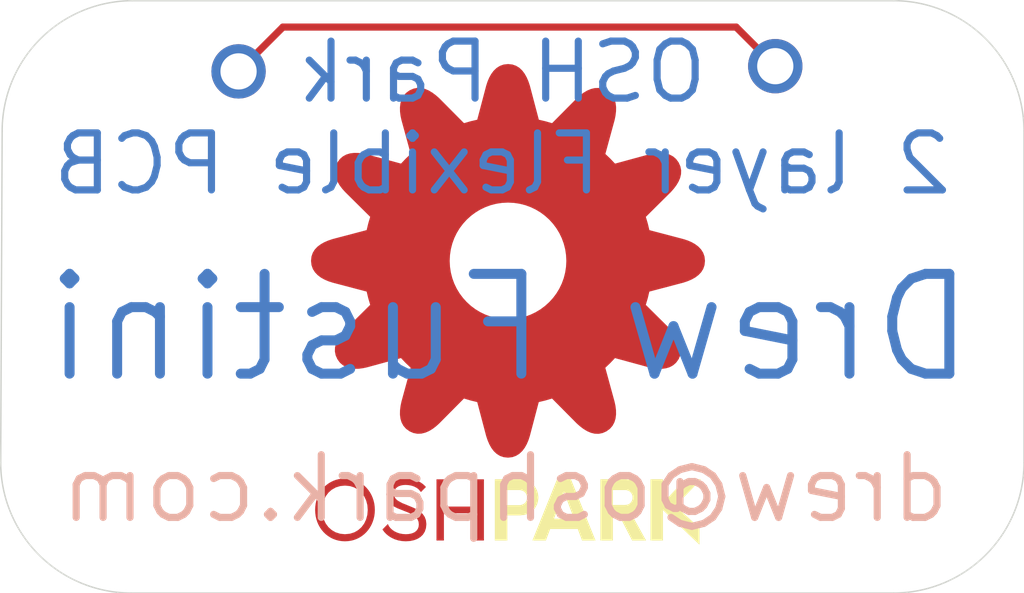
<source format=kicad_pcb>
(kicad_pcb (version 20171130) (host pcbnew 5.1.4-e60b266~84~ubuntu19.04.1)

  (general
    (thickness 1.6)
    (drawings 12)
    (tracks 5)
    (zones 0)
    (modules 2)
    (nets 1)
  )

  (page A4)
  (layers
    (0 F.Cu signal)
    (31 B.Cu signal)
    (32 B.Adhes user)
    (33 F.Adhes user)
    (34 B.Paste user)
    (35 F.Paste user)
    (36 B.SilkS user)
    (37 F.SilkS user)
    (38 B.Mask user)
    (39 F.Mask user)
    (40 Dwgs.User user)
    (41 Cmts.User user)
    (42 Eco1.User user)
    (43 Eco2.User user)
    (44 Edge.Cuts user)
    (45 Margin user)
    (46 B.CrtYd user)
    (47 F.CrtYd user)
    (48 B.Fab user)
    (49 F.Fab user)
  )

  (setup
    (last_trace_width 0.25)
    (trace_clearance 0.2)
    (zone_clearance 0.508)
    (zone_45_only no)
    (trace_min 0.2)
    (via_size 0.8)
    (via_drill 0.4)
    (via_min_size 0.4)
    (via_min_drill 0.3)
    (uvia_size 0.3)
    (uvia_drill 0.1)
    (uvias_allowed no)
    (uvia_min_size 0.2)
    (uvia_min_drill 0.1)
    (edge_width 0.05)
    (segment_width 0.2)
    (pcb_text_width 0.3)
    (pcb_text_size 1.5 1.5)
    (mod_edge_width 0.12)
    (mod_text_size 1 1)
    (mod_text_width 0.15)
    (pad_size 1.524 1.524)
    (pad_drill 0.762)
    (pad_to_mask_clearance 0.051)
    (solder_mask_min_width 0.25)
    (aux_axis_origin 0 0)
    (visible_elements FFFFFF7F)
    (pcbplotparams
      (layerselection 0x010fc_ffffffff)
      (usegerberextensions false)
      (usegerberattributes false)
      (usegerberadvancedattributes false)
      (creategerberjobfile false)
      (excludeedgelayer true)
      (linewidth 0.100000)
      (plotframeref false)
      (viasonmask false)
      (mode 1)
      (useauxorigin false)
      (hpglpennumber 1)
      (hpglpenspeed 20)
      (hpglpendiameter 15.000000)
      (psnegative false)
      (psa4output false)
      (plotreference true)
      (plotvalue true)
      (plotinvisibletext false)
      (padsonsilk false)
      (subtractmaskfromsilk false)
      (outputformat 1)
      (mirror false)
      (drillshape 1)
      (scaleselection 1)
      (outputdirectory ""))
  )

  (net 0 "")

  (net_class Default "This is the default net class."
    (clearance 0.2)
    (trace_width 0.25)
    (via_dia 0.8)
    (via_drill 0.4)
    (uvia_dia 0.3)
    (uvia_drill 0.1)
  )

  (module oshpark:OSH_small (layer F.Cu) (tedit 5DE9E529) (tstamp 5D3E8100)
    (at 144.4752 72.39)
    (descr "Imported from OSHPARK.svg")
    (tags svg2mod)
    (attr smd)
    (fp_text reference OSH_small (at 0 -11.457835) (layer F.SilkS) hide
      (effects (font (size 1.524 1.524) (thickness 0.3048)))
    )
    (fp_text value G*** (at 0 11.457835) (layer F.SilkS) hide
      (effects (font (size 1.524 1.524) (thickness 0.3048)))
    )
    (fp_poly (pts (xy 0.00118 -8.409695) (xy 0.00043 -3.623025) (xy 0.21316 -3.612325) (xy 0.41974 -3.580825)
      (xy 0.61914 -3.529525) (xy 0.81031 -3.459525) (xy 0.99219 -3.371925) (xy 1.16375 -3.267695)
      (xy 1.32394 -3.147905) (xy 1.4717 -3.013605) (xy 1.606 -2.865845) (xy 1.72579 -2.705655)
      (xy 1.83001 -2.534105) (xy 1.91761 -2.352215) (xy 1.98761 -2.161055) (xy 2.03891 -1.961655)
      (xy 2.07041 -1.755065) (xy 2.08111 -1.542335) (xy 2.07041 -1.329495) (xy 2.03891 -1.122805)
      (xy 1.98771 -0.923315) (xy 1.91781 -0.732055) (xy 1.83021 -0.550075) (xy 1.726 -0.378435)
      (xy 1.60622 -0.218175) (xy 1.47192 -0.070335) (xy 1.32415 0.064025) (xy 1.16396 0.183875)
      (xy 0.99238 0.288155) (xy 0.81047 0.375855) (xy 0.61928 0.445855) (xy 0.41984 0.497155)
      (xy 0.21321 0.528655) (xy 0.00043 0.539455) (xy -0.21235 0.528655) (xy -0.41897 0.497155)
      (xy -0.6184 0.445855) (xy -0.80958 0.375855) (xy -0.99147 0.288155) (xy -1.16302 0.183875)
      (xy -1.3232 0.064025) (xy -1.47095 -0.070335) (xy -1.60524 -0.218175) (xy -1.72501 -0.378435)
      (xy -1.82922 -0.550075) (xy -1.91682 -0.732055) (xy -1.98682 -0.923315) (xy -2.03812 -1.122805)
      (xy -2.06962 -1.329495) (xy -2.08032 -1.542335) (xy -2.06962 -1.755065) (xy -2.03812 -1.961655)
      (xy -1.98682 -2.161055) (xy -1.91682 -2.352215) (xy -1.82922 -2.534105) (xy -1.72501 -2.705655)
      (xy -1.60524 -2.865845) (xy -1.47095 -3.013605) (xy -1.3232 -3.147905) (xy -1.16302 -3.267695)
      (xy -0.99147 -3.371925) (xy -0.80958 -3.459525) (xy -0.6184 -3.529525) (xy -0.41897 -3.580825)
      (xy -0.21235 -3.612325) (xy 0.00043 -3.623025) (xy 0.00118 -8.409695) (xy -0.14129 -8.393995)
      (xy -0.2674 -8.349495) (xy -0.378 -8.279795) (xy -0.4739 -8.188495) (xy -0.556 -8.079355)
      (xy -0.6251 -7.956025) (xy -0.6821 -7.822195) (xy -0.7278 -7.681515) (xy -1.04856 -6.462625)
      (xy -1.30304 -6.403425) (xy -1.55293 -6.331225) (xy -2.43795 -7.223815) (xy -2.5541 -7.325575)
      (xy -2.67331 -7.414275) (xy -2.79523 -7.486675) (xy -2.91953 -7.539575) (xy -3.04586 -7.569675)
      (xy -3.17388 -7.573675) (xy -3.30323 -7.548275) (xy -3.43358 -7.490275) (xy -3.54913 -7.405275)
      (xy -3.63603 -7.303485) (xy -3.69693 -7.187695) (xy -3.73433 -7.060655) (xy -3.75073 -6.925095)
      (xy -3.74873 -6.783755) (xy -3.73103 -6.639375) (xy -3.70003 -6.494705) (xy -3.36893 -5.282225)
      (xy -3.55878 -5.102185) (xy -3.73879 -4.912505) (xy -4.95156 -5.242875) (xy -5.10317 -5.273475)
      (xy -5.25088 -5.290975) (xy -5.39277 -5.292975) (xy -5.5269 -5.276575) (xy -5.65135 -5.239375)
      (xy -5.76419 -5.178675) (xy -5.86349 -5.091975) (xy -5.94729 -4.976645) (xy -6.00489 -4.845335)
      (xy -6.02929 -4.713775) (xy -6.02429 -4.583095) (xy -5.99309 -4.454385) (xy -5.93949 -4.328745)
      (xy -5.86709 -4.207285) (xy -5.77959 -4.091105) (xy -5.68049 -3.981305) (xy -4.78848 -3.096875)
      (xy -4.86248 -2.846755) (xy -4.92388 -2.591195) (xy -6.13913 -2.271315) (xy -6.28557 -2.221815)
      (xy -6.42211 -2.163015) (xy -6.54579 -2.093715) (xy -6.65364 -2.012515) (xy -6.74264 -1.918115)
      (xy -6.80994 -1.809295) (xy -6.85244 -1.684715) (xy -6.86724 -1.543065) (xy -6.85154 -1.400675)
      (xy -6.80704 -1.274595) (xy -6.73724 -1.163985) (xy -6.64594 -1.068085) (xy -6.5368 -0.985985)
      (xy -6.41347 -0.916885) (xy -6.27964 -0.859985) (xy -6.13897 -0.814385) (xy -4.92372 -0.494365)
      (xy -4.86232 -0.239235) (xy -4.78842 0.010885) (xy -5.68043 0.895605) (xy -5.78261 1.011585)
      (xy -5.87161 1.130695) (xy -5.94411 1.252585) (xy -5.99701 1.376885) (xy -6.02701 1.503265)
      (xy -6.03101 1.631355) (xy -6.00551 1.760795) (xy -5.94741 1.891235) (xy -5.86251 2.006695)
      (xy -5.76079 2.093495) (xy -5.64502 2.154295) (xy -5.51794 2.191595) (xy -5.38232 2.207995)
      (xy -5.24091 2.205995) (xy -5.09648 2.188395) (xy -4.95178 2.157595) (xy -3.73916 1.826495)
      (xy -3.55915 2.015885) (xy -3.36929 2.196065) (xy -3.70039 3.409125) (xy -3.73109 3.560565)
      (xy -3.74869 3.708175) (xy -3.75069 3.850005) (xy -3.73429 3.984105) (xy -3.69709 4.108515)
      (xy -3.63639 4.221295) (xy -3.54959 4.320495) (xy -3.43416 4.404195) (xy -3.30285 4.461895)
      (xy -3.17132 4.486395) (xy -3.04066 4.481395) (xy -2.91197 4.450195) (xy -2.78636 4.396595)
      (xy -2.66492 4.324295) (xy -2.54876 4.236795) (xy -2.43897 4.137795) (xy -1.55409 3.245195)
      (xy -1.30401 3.319295) (xy -1.0487 3.380995) (xy -0.72882 4.596245) (xy -0.67942 4.742405)
      (xy -0.62072 4.878745) (xy -0.55142 5.002265) (xy -0.47012 5.110005) (xy -0.37562 5.199005)
      (xy -0.26663 5.266305) (xy -0.14183 5.308805) (xy 0.0001 5.323605) (xy 0.1423 5.307905)
      (xy 0.26821 5.263405) (xy 0.37868 5.193705) (xy 0.47448 5.102505) (xy 0.55658 4.993495)
      (xy 0.62568 4.870315) (xy 0.68268 4.736655) (xy 0.72838 4.596185) (xy 1.04825 3.380645)
      (xy 1.30343 3.319445) (xy 1.55379 3.245445) (xy 2.43852 4.137905) (xy 2.55442 4.240085)
      (xy 2.67348 4.329085) (xy 2.79535 4.401685) (xy 2.91965 4.454585) (xy 3.04602 4.484585)
      (xy 3.17409 4.488585) (xy 3.30349 4.462985) (xy 3.43386 4.404785) (xy 3.5493 4.319985)
      (xy 3.6361 4.218365) (xy 3.6969 4.102685) (xy 3.7342 3.975695) (xy 3.7507 3.840155)
      (xy 3.7487 3.698805) (xy 3.7312 3.554415) (xy 3.7006 3.409725) (xy 3.36921 2.196675)
      (xy 3.55866 2.016495) (xy 3.73849 1.827095) (xy 4.95155 2.158195) (xy 5.10316 2.188595)
      (xy 5.25086 2.205995) (xy 5.39274 2.207995) (xy 5.52685 2.191495) (xy 5.65126 2.154195)
      (xy 5.76405 2.093495) (xy 5.86325 2.006695) (xy 5.94695 1.891265) (xy 6.00455 1.759975)
      (xy 6.02895 1.628485) (xy 6.02395 1.497875) (xy 5.99275 1.369255) (xy 5.93915 1.243685)
      (xy 5.86685 1.122265) (xy 5.77935 1.006085) (xy 5.68035 0.896225) (xy 4.78804 0.011495)
      (xy 4.86214 -0.238625) (xy 4.92344 -0.493755) (xy 6.13868 -0.813785) (xy 6.28522 -0.863185)
      (xy 6.42183 -0.921885) (xy 6.54556 -0.991285) (xy 6.65344 -1.072585) (xy 6.74254 -1.167085)
      (xy 6.80984 -1.276075) (xy 6.85244 -1.400845) (xy 6.86724 -1.542705) (xy 6.85194 -1.684715)
      (xy 6.80764 -1.810495) (xy 6.73804 -1.920855) (xy 6.64694 -2.016655) (xy 6.53789 -2.098655)
      (xy 6.41461 -2.167755) (xy 6.2808 -2.224755) (xy 6.14013 -2.270455) (xy 4.92488 -2.590335)
      (xy 4.86358 -2.845855) (xy 4.78948 -3.095735) (xy 5.68179 -3.980895) (xy 5.78395 -4.096695)
      (xy 5.87285 -4.215675) (xy 5.94535 -4.337485) (xy 5.99815 -4.461745) (xy 6.02805 -4.588095)
      (xy 6.03205 -4.716185) (xy 6.00655 -4.845635) (xy 5.94845 -4.976085) (xy 5.86365 -5.091375)
      (xy 5.76206 -5.178075) (xy 5.64641 -5.238875) (xy 5.51943 -5.276175) (xy 5.38387 -5.292675)
      (xy 5.24246 -5.290675) (xy 5.09796 -5.273075) (xy 4.9531 -5.242275) (xy 3.74019 -4.911755)
      (xy 3.5604 -5.101105) (xy 3.3712 -5.281035) (xy 3.70215 -6.493945) (xy 3.73265 -6.645465)
      (xy 3.75005 -6.793085) (xy 3.75205 -6.934915) (xy 3.73565 -7.069005) (xy 3.69835 -7.193445)
      (xy 3.63755 -7.306295) (xy 3.55075 -7.405695) (xy 3.43522 -7.489595) (xy 3.30408 -7.547095)
      (xy 3.17265 -7.571395) (xy 3.04204 -7.566395) (xy 2.91335 -7.535095) (xy 2.78769 -7.481395)
      (xy 2.66618 -7.408995) (xy 2.54992 -7.321595) (xy 2.44003 -7.222795) (xy 1.55545 -6.330485)
      (xy 1.30598 -6.402785) (xy 1.05107 -6.462485) (xy 0.73018 -7.681375) (xy 0.68058 -7.827915)
      (xy 0.62168 -7.964525) (xy 0.55228 -8.088255) (xy 0.47098 -8.196135) (xy 0.37658 -8.285235)
      (xy 0.2677 -8.352535) (xy 0.14304 -8.395035) (xy 0.0013 -8.409835) (xy 0.00118 -8.409695)) (layer F.Cu) (width 0.073847))
    (fp_poly (pts (xy -5.71389 8.295375) (xy -5.71389 8.046425) (xy -5.88469 8.029425) (xy -6.03947 7.980425)
      (xy -6.17614 7.902625) (xy -6.29262 7.799265) (xy -6.38682 7.673515) (xy -6.45672 7.528545)
      (xy -6.50022 7.367545) (xy -6.51512 7.193705) (xy -6.50022 7.019865) (xy -6.45672 6.858865)
      (xy -6.38682 6.713895) (xy -6.29262 6.588145) (xy -6.17614 6.484785) (xy -6.03947 6.406985)
      (xy -5.88469 6.357985) (xy -5.71389 6.340985) (xy -5.54238 6.357985) (xy -5.38754 6.406985)
      (xy -5.25128 6.484785) (xy -5.13551 6.588145) (xy -5.04211 6.713895) (xy -4.97301 6.858865)
      (xy -4.93021 7.019865) (xy -4.91551 7.193705) (xy -4.93021 7.367545) (xy -4.97301 7.528545)
      (xy -5.04211 7.673515) (xy -5.13551 7.799265) (xy -5.25128 7.902625) (xy -5.38754 7.980425)
      (xy -5.54238 8.029425) (xy -5.71389 8.046425) (xy -5.71389 8.295375) (xy -5.60215 8.289375)
      (xy -5.49471 8.272675) (xy -5.39197 8.245575) (xy -5.29437 8.208575) (xy -5.20217 8.162275)
      (xy -5.11587 8.107175) (xy -5.03597 8.043775) (xy -4.96277 7.972775) (xy -4.89667 7.894575)
      (xy -4.83807 7.809775) (xy -4.78737 7.718975) (xy -4.74497 7.622675) (xy -4.71127 7.521405)
      (xy -4.68667 7.415745) (xy -4.67167 7.306225) (xy -4.66667 7.193415) (xy -4.67167 7.080595)
      (xy -4.68667 6.971085) (xy -4.71127 6.865415) (xy -4.74497 6.764145) (xy -4.78737 6.667845)
      (xy -4.83807 6.577045) (xy -4.89667 6.492245) (xy -4.96277 6.414045) (xy -5.03597 6.342945)
      (xy -5.11587 6.279545) (xy -5.20217 6.224445) (xy -5.29437 6.178145) (xy -5.39197 6.141145)
      (xy -5.49471 6.114045) (xy -5.60215 6.097345) (xy -5.71389 6.091345) (xy -5.82609 6.097345)
      (xy -5.93388 6.114045) (xy -6.03687 6.141145) (xy -6.13467 6.178145) (xy -6.22687 6.224445)
      (xy -6.31307 6.279545) (xy -6.39297 6.342945) (xy -6.46607 6.414045) (xy -6.53207 6.492245)
      (xy -6.59047 6.577045) (xy -6.64097 6.667845) (xy -6.68317 6.764145) (xy -6.71667 6.865415)
      (xy -6.74107 6.971085) (xy -6.75597 7.080595) (xy -6.76097 7.193415) (xy -6.75597 7.306225)
      (xy -6.74107 7.415745) (xy -6.71667 7.521405) (xy -6.68317 7.622675) (xy -6.64097 7.718975)
      (xy -6.59047 7.809775) (xy -6.53207 7.894575) (xy -6.46607 7.972775) (xy -6.39297 8.043775)
      (xy -6.31307 8.107175) (xy -6.22687 8.162275) (xy -6.13467 8.208575) (xy -6.03687 8.245575)
      (xy -5.93388 8.272675) (xy -5.82609 8.289375) (xy -5.71389 8.295375)) (layer F.Cu) (width 0))
    (fp_poly (pts (xy -3.5907 8.295375) (xy -3.44187 8.286375) (xy -3.30406 8.258975) (xy -3.18001 8.212975)
      (xy -3.07241 8.147975) (xy -2.98401 8.063675) (xy -2.91751 7.959725) (xy -2.87561 7.835805)
      (xy -2.86101 7.691555) (xy -2.87691 7.552235) (xy -2.92141 7.434915) (xy -2.98981 7.336615)
      (xy -3.07751 7.254415) (xy -3.17982 7.185415) (xy -3.29208 7.126615) (xy -3.52784 7.027715)
      (xy -3.70664 6.955515) (xy -3.85727 6.872815) (xy -3.91627 6.823915) (xy -3.96127 6.768115)
      (xy -3.98997 6.703915) (xy -4.00007 6.629915) (xy -3.99207 6.554915) (xy -3.96807 6.490615)
      (xy -3.93017 6.436915) (xy -3.88027 6.393515) (xy -3.82017 6.360115) (xy -3.75177 6.336615)
      (xy -3.67677 6.322615) (xy -3.59697 6.317615) (xy -3.50107 6.322615) (xy -3.41297 6.336315)
      (xy -3.33277 6.358215) (xy -3.26037 6.387715) (xy -3.19597 6.424015) (xy -3.13947 6.466415)
      (xy -3.05047 6.566885) (xy -2.87592 6.389475) (xy -2.93462 6.327375) (xy -3.00322 6.270575)
      (xy -3.08132 6.219875) (xy -3.16862 6.176275) (xy -3.26472 6.140775) (xy -3.36936 6.114275)
      (xy -3.48217 6.097675) (xy -3.60284 6.091675) (xy -3.73476 6.100675) (xy -3.85823 6.127675)
      (xy -3.97043 6.172275) (xy -4.06853 6.234275) (xy -4.14973 6.313275) (xy -4.21123 6.408975)
      (xy -4.25023 6.521165) (xy -4.26383 6.649475) (xy -4.24983 6.769025) (xy -4.21043 6.869725)
      (xy -4.14943 6.954225) (xy -4.07063 7.025125) (xy -3.97793 7.085025) (xy -3.87509 7.136525)
      (xy -3.6543 7.224725) (xy -3.4565 7.304325) (xy -3.3666 7.348925) (xy -3.2866 7.399625)
      (xy -3.2195 7.458525) (xy -3.1682 7.527725) (xy -3.1357 7.609325) (xy -3.1249 7.705425)
      (xy -3.1349 7.789025) (xy -3.1618 7.860025) (xy -3.2038 7.918825) (xy -3.2593 7.965825)
      (xy -3.3266 8.001625) (xy -3.404 8.026625) (xy -3.4899 8.041225) (xy -3.5826 8.046225)
      (xy -3.69075 8.039225) (xy -3.79323 8.020125) (xy -3.88863 7.989225) (xy -3.97563 7.947425)
      (xy -4.05283 7.895625) (xy -4.11893 7.834625) (xy -4.17243 7.765125) (xy -4.21203 7.688125)
      (xy -4.40088 7.879845) (xy -4.33778 7.967545) (xy -4.26108 8.047345) (xy -4.17208 8.118045)
      (xy -4.07218 8.178545) (xy -3.96276 8.227645) (xy -3.84518 8.264145) (xy -3.72084 8.286945)
      (xy -3.59109 8.294945) (xy -3.5907 8.295375)) (layer F.Cu) (width 0))
    (fp_poly (pts (xy -1.10433 6.120635) (xy -1.10433 7.076375) (xy -2.24607 7.076375) (xy -2.24607 6.120635)
      (xy -2.50646 6.120635) (xy -2.50646 8.266755) (xy -2.24607 8.266755) (xy -2.24607 7.311015)
      (xy -1.10433 7.311015) (xy -1.10433 8.266755) (xy -0.84394 8.266755) (xy -0.84394 6.120635)
      (xy -1.10433 6.120635)) (layer F.Cu) (width 0))
    (fp_poly (pts (xy 0.42791 6.120635) (xy -0.02711 6.495535) (xy 0.38781 6.495535) (xy 0.44521 6.500535)
      (xy 0.49851 6.515035) (xy 0.54661 6.538335) (xy 0.58851 6.569635) (xy 0.62301 6.608335)
      (xy 0.64901 6.653735) (xy 0.66541 6.705135) (xy 0.67141 6.761735) (xy 0.66541 6.820135)
      (xy 0.64901 6.872535) (xy 0.62301 6.918535) (xy 0.58851 6.957435) (xy 0.54661 6.988635)
      (xy 0.49851 7.011635) (xy 0.44521 7.025835) (xy 0.38781 7.030835) (xy 0.38781 7.030635)
      (xy -0.02711 7.030635) (xy -0.02711 6.495535) (xy 0.42791 6.120635) (xy -0.45915 6.120635)
      (xy -0.45915 8.266755) (xy -0.02707 8.266755) (xy -0.02707 7.382555) (xy 0.42791 7.382555)
      (xy 0.5579 7.370355) (xy 0.67807 7.335055) (xy 0.78609 7.278855) (xy 0.87969 7.203855)
      (xy 0.95649 7.112155) (xy 1.01419 7.006005) (xy 1.05049 6.887525) (xy 1.06309 6.758845)
      (xy 1.05049 6.630375) (xy 1.01419 6.510655) (xy 0.95649 6.402275) (xy 0.87969 6.307775)
      (xy 0.78609 6.229775) (xy 0.67807 6.170875) (xy 0.5579 6.133675) (xy 0.42791 6.120675)
      (xy 0.42791 6.120635)) (layer F.SilkS) (width 0))
    (fp_poly (pts (xy 2.59844 8.266755) (xy 1.96319 6.558445) (xy 2.31515 7.505595) (xy 1.60836 7.505595)
      (xy 1.96319 6.558445) (xy 2.59844 8.266755) (xy 3.06487 8.266755) (xy 2.20355 6.120635)
      (xy 1.71996 6.120635) (xy 0.85865 8.266755) (xy 1.32508 8.266755) (xy 1.47674 7.860425)
      (xy 2.44678 7.860425) (xy 2.59844 8.266755)) (layer F.SilkS) (width 0))
    (fp_poly (pts (xy 4.31659 7.328185) (xy 4.11009 7.022185) (xy 3.67228 7.022185) (xy 3.67228 6.495675)
      (xy 4.11009 6.495675) (xy 4.16319 6.500675) (xy 4.21239 6.515675) (xy 4.25669 6.539575)
      (xy 4.29509 6.571375) (xy 4.32669 6.610075) (xy 4.35039 6.654875) (xy 4.36539 6.704775)
      (xy 4.37039 6.758775) (xy 4.36539 6.812775) (xy 4.35069 6.862675) (xy 4.32729 6.907475)
      (xy 4.29609 6.946175) (xy 4.25789 6.977975) (xy 4.21359 7.001875) (xy 4.16399 7.016875)
      (xy 4.11009 7.021875) (xy 4.11009 7.022185) (xy 4.31659 7.328185) (xy 4.41049 7.296585)
      (xy 4.49619 7.251785) (xy 4.57229 7.194785) (xy 4.63749 7.126585) (xy 4.69049 7.048185)
      (xy 4.72989 6.960585) (xy 4.75449 6.864785) (xy 4.76249 6.761805) (xy 4.74979 6.631575)
      (xy 4.71319 6.510755) (xy 4.65509 6.401815) (xy 4.57799 6.307215) (xy 4.48419 6.229415)
      (xy 4.37621 6.170715) (xy 4.25643 6.133715) (xy 4.12726 6.120815) (xy 3.2402 6.120815)
      (xy 3.2402 8.266935) (xy 3.67228 8.266935) (xy 3.67228 7.356985) (xy 3.88403 7.356985)
      (xy 4.35332 8.266935) (xy 4.83691 8.266935) (xy 4.31612 7.328365) (xy 4.31659 7.328185)) (layer F.SilkS) (width 0))
    (fp_poly (pts (xy 6.76111 6.120635) (xy 6.20884 6.120635) (xy 5.42765 6.959055) (xy 5.42765 6.120635)
      (xy 4.99557 6.120635) (xy 4.99557 8.266755) (xy 5.42765 8.266755) (xy 5.42765 7.193695)
      (xy 6.7096 8.409835) (xy 6.7096 7.831805) (xy 5.87118 7.056345) (xy 6.76111 6.120635)) (layer F.SilkS) (width 0))
  )

  (module oshpark:OSH_small (layer F.Cu) (tedit 5DE9E4DF) (tstamp 5CD2DF1C)
    (at 144.4752 72.39)
    (descr "Imported from OSHPARK.svg")
    (tags svg2mod)
    (attr smd)
    (fp_text reference OSH_small (at 0 -11.457835) (layer F.SilkS) hide
      (effects (font (size 1.524 1.524) (thickness 0.3048)))
    )
    (fp_text value G*** (at 0 11.457835) (layer F.SilkS) hide
      (effects (font (size 1.524 1.524) (thickness 0.3048)))
    )
    (fp_poly (pts (xy 6.76111 6.120635) (xy 6.20884 6.120635) (xy 5.42765 6.959055) (xy 5.42765 6.120635)
      (xy 4.99557 6.120635) (xy 4.99557 8.266755) (xy 5.42765 8.266755) (xy 5.42765 7.193695)
      (xy 6.7096 8.409835) (xy 6.7096 7.831805) (xy 5.87118 7.056345) (xy 6.76111 6.120635)) (layer F.SilkS) (width 0))
    (fp_poly (pts (xy 4.31659 7.328185) (xy 4.11009 7.022185) (xy 3.67228 7.022185) (xy 3.67228 6.495675)
      (xy 4.11009 6.495675) (xy 4.16319 6.500675) (xy 4.21239 6.515675) (xy 4.25669 6.539575)
      (xy 4.29509 6.571375) (xy 4.32669 6.610075) (xy 4.35039 6.654875) (xy 4.36539 6.704775)
      (xy 4.37039 6.758775) (xy 4.36539 6.812775) (xy 4.35069 6.862675) (xy 4.32729 6.907475)
      (xy 4.29609 6.946175) (xy 4.25789 6.977975) (xy 4.21359 7.001875) (xy 4.16399 7.016875)
      (xy 4.11009 7.021875) (xy 4.11009 7.022185) (xy 4.31659 7.328185) (xy 4.41049 7.296585)
      (xy 4.49619 7.251785) (xy 4.57229 7.194785) (xy 4.63749 7.126585) (xy 4.69049 7.048185)
      (xy 4.72989 6.960585) (xy 4.75449 6.864785) (xy 4.76249 6.761805) (xy 4.74979 6.631575)
      (xy 4.71319 6.510755) (xy 4.65509 6.401815) (xy 4.57799 6.307215) (xy 4.48419 6.229415)
      (xy 4.37621 6.170715) (xy 4.25643 6.133715) (xy 4.12726 6.120815) (xy 3.2402 6.120815)
      (xy 3.2402 8.266935) (xy 3.67228 8.266935) (xy 3.67228 7.356985) (xy 3.88403 7.356985)
      (xy 4.35332 8.266935) (xy 4.83691 8.266935) (xy 4.31612 7.328365) (xy 4.31659 7.328185)) (layer F.SilkS) (width 0))
    (fp_poly (pts (xy 2.59844 8.266755) (xy 1.96319 6.558445) (xy 2.31515 7.505595) (xy 1.60836 7.505595)
      (xy 1.96319 6.558445) (xy 2.59844 8.266755) (xy 3.06487 8.266755) (xy 2.20355 6.120635)
      (xy 1.71996 6.120635) (xy 0.85865 8.266755) (xy 1.32508 8.266755) (xy 1.47674 7.860425)
      (xy 2.44678 7.860425) (xy 2.59844 8.266755)) (layer F.SilkS) (width 0))
    (fp_poly (pts (xy 0.42791 6.120635) (xy -0.02711 6.495535) (xy 0.38781 6.495535) (xy 0.44521 6.500535)
      (xy 0.49851 6.515035) (xy 0.54661 6.538335) (xy 0.58851 6.569635) (xy 0.62301 6.608335)
      (xy 0.64901 6.653735) (xy 0.66541 6.705135) (xy 0.67141 6.761735) (xy 0.66541 6.820135)
      (xy 0.64901 6.872535) (xy 0.62301 6.918535) (xy 0.58851 6.957435) (xy 0.54661 6.988635)
      (xy 0.49851 7.011635) (xy 0.44521 7.025835) (xy 0.38781 7.030835) (xy 0.38781 7.030635)
      (xy -0.02711 7.030635) (xy -0.02711 6.495535) (xy 0.42791 6.120635) (xy -0.45915 6.120635)
      (xy -0.45915 8.266755) (xy -0.02707 8.266755) (xy -0.02707 7.382555) (xy 0.42791 7.382555)
      (xy 0.5579 7.370355) (xy 0.67807 7.335055) (xy 0.78609 7.278855) (xy 0.87969 7.203855)
      (xy 0.95649 7.112155) (xy 1.01419 7.006005) (xy 1.05049 6.887525) (xy 1.06309 6.758845)
      (xy 1.05049 6.630375) (xy 1.01419 6.510655) (xy 0.95649 6.402275) (xy 0.87969 6.307775)
      (xy 0.78609 6.229775) (xy 0.67807 6.170875) (xy 0.5579 6.133675) (xy 0.42791 6.120675)
      (xy 0.42791 6.120635)) (layer F.SilkS) (width 0))
    (fp_poly (pts (xy -1.10433 6.120635) (xy -1.10433 7.076375) (xy -2.24607 7.076375) (xy -2.24607 6.120635)
      (xy -2.50646 6.120635) (xy -2.50646 8.266755) (xy -2.24607 8.266755) (xy -2.24607 7.311015)
      (xy -1.10433 7.311015) (xy -1.10433 8.266755) (xy -0.84394 8.266755) (xy -0.84394 6.120635)
      (xy -1.10433 6.120635)) (layer F.Mask) (width 0))
    (fp_poly (pts (xy -3.5907 8.295375) (xy -3.44187 8.286375) (xy -3.30406 8.258975) (xy -3.18001 8.212975)
      (xy -3.07241 8.147975) (xy -2.98401 8.063675) (xy -2.91751 7.959725) (xy -2.87561 7.835805)
      (xy -2.86101 7.691555) (xy -2.87691 7.552235) (xy -2.92141 7.434915) (xy -2.98981 7.336615)
      (xy -3.07751 7.254415) (xy -3.17982 7.185415) (xy -3.29208 7.126615) (xy -3.52784 7.027715)
      (xy -3.70664 6.955515) (xy -3.85727 6.872815) (xy -3.91627 6.823915) (xy -3.96127 6.768115)
      (xy -3.98997 6.703915) (xy -4.00007 6.629915) (xy -3.99207 6.554915) (xy -3.96807 6.490615)
      (xy -3.93017 6.436915) (xy -3.88027 6.393515) (xy -3.82017 6.360115) (xy -3.75177 6.336615)
      (xy -3.67677 6.322615) (xy -3.59697 6.317615) (xy -3.50107 6.322615) (xy -3.41297 6.336315)
      (xy -3.33277 6.358215) (xy -3.26037 6.387715) (xy -3.19597 6.424015) (xy -3.13947 6.466415)
      (xy -3.05047 6.566885) (xy -2.87592 6.389475) (xy -2.93462 6.327375) (xy -3.00322 6.270575)
      (xy -3.08132 6.219875) (xy -3.16862 6.176275) (xy -3.26472 6.140775) (xy -3.36936 6.114275)
      (xy -3.48217 6.097675) (xy -3.60284 6.091675) (xy -3.73476 6.100675) (xy -3.85823 6.127675)
      (xy -3.97043 6.172275) (xy -4.06853 6.234275) (xy -4.14973 6.313275) (xy -4.21123 6.408975)
      (xy -4.25023 6.521165) (xy -4.26383 6.649475) (xy -4.24983 6.769025) (xy -4.21043 6.869725)
      (xy -4.14943 6.954225) (xy -4.07063 7.025125) (xy -3.97793 7.085025) (xy -3.87509 7.136525)
      (xy -3.6543 7.224725) (xy -3.4565 7.304325) (xy -3.3666 7.348925) (xy -3.2866 7.399625)
      (xy -3.2195 7.458525) (xy -3.1682 7.527725) (xy -3.1357 7.609325) (xy -3.1249 7.705425)
      (xy -3.1349 7.789025) (xy -3.1618 7.860025) (xy -3.2038 7.918825) (xy -3.2593 7.965825)
      (xy -3.3266 8.001625) (xy -3.404 8.026625) (xy -3.4899 8.041225) (xy -3.5826 8.046225)
      (xy -3.69075 8.039225) (xy -3.79323 8.020125) (xy -3.88863 7.989225) (xy -3.97563 7.947425)
      (xy -4.05283 7.895625) (xy -4.11893 7.834625) (xy -4.17243 7.765125) (xy -4.21203 7.688125)
      (xy -4.40088 7.879845) (xy -4.33778 7.967545) (xy -4.26108 8.047345) (xy -4.17208 8.118045)
      (xy -4.07218 8.178545) (xy -3.96276 8.227645) (xy -3.84518 8.264145) (xy -3.72084 8.286945)
      (xy -3.59109 8.294945) (xy -3.5907 8.295375)) (layer F.Mask) (width 0))
    (fp_poly (pts (xy -5.71389 8.295375) (xy -5.71389 8.046425) (xy -5.88469 8.029425) (xy -6.03947 7.980425)
      (xy -6.17614 7.902625) (xy -6.29262 7.799265) (xy -6.38682 7.673515) (xy -6.45672 7.528545)
      (xy -6.50022 7.367545) (xy -6.51512 7.193705) (xy -6.50022 7.019865) (xy -6.45672 6.858865)
      (xy -6.38682 6.713895) (xy -6.29262 6.588145) (xy -6.17614 6.484785) (xy -6.03947 6.406985)
      (xy -5.88469 6.357985) (xy -5.71389 6.340985) (xy -5.54238 6.357985) (xy -5.38754 6.406985)
      (xy -5.25128 6.484785) (xy -5.13551 6.588145) (xy -5.04211 6.713895) (xy -4.97301 6.858865)
      (xy -4.93021 7.019865) (xy -4.91551 7.193705) (xy -4.93021 7.367545) (xy -4.97301 7.528545)
      (xy -5.04211 7.673515) (xy -5.13551 7.799265) (xy -5.25128 7.902625) (xy -5.38754 7.980425)
      (xy -5.54238 8.029425) (xy -5.71389 8.046425) (xy -5.71389 8.295375) (xy -5.60215 8.289375)
      (xy -5.49471 8.272675) (xy -5.39197 8.245575) (xy -5.29437 8.208575) (xy -5.20217 8.162275)
      (xy -5.11587 8.107175) (xy -5.03597 8.043775) (xy -4.96277 7.972775) (xy -4.89667 7.894575)
      (xy -4.83807 7.809775) (xy -4.78737 7.718975) (xy -4.74497 7.622675) (xy -4.71127 7.521405)
      (xy -4.68667 7.415745) (xy -4.67167 7.306225) (xy -4.66667 7.193415) (xy -4.67167 7.080595)
      (xy -4.68667 6.971085) (xy -4.71127 6.865415) (xy -4.74497 6.764145) (xy -4.78737 6.667845)
      (xy -4.83807 6.577045) (xy -4.89667 6.492245) (xy -4.96277 6.414045) (xy -5.03597 6.342945)
      (xy -5.11587 6.279545) (xy -5.20217 6.224445) (xy -5.29437 6.178145) (xy -5.39197 6.141145)
      (xy -5.49471 6.114045) (xy -5.60215 6.097345) (xy -5.71389 6.091345) (xy -5.82609 6.097345)
      (xy -5.93388 6.114045) (xy -6.03687 6.141145) (xy -6.13467 6.178145) (xy -6.22687 6.224445)
      (xy -6.31307 6.279545) (xy -6.39297 6.342945) (xy -6.46607 6.414045) (xy -6.53207 6.492245)
      (xy -6.59047 6.577045) (xy -6.64097 6.667845) (xy -6.68317 6.764145) (xy -6.71667 6.865415)
      (xy -6.74107 6.971085) (xy -6.75597 7.080595) (xy -6.76097 7.193415) (xy -6.75597 7.306225)
      (xy -6.74107 7.415745) (xy -6.71667 7.521405) (xy -6.68317 7.622675) (xy -6.64097 7.718975)
      (xy -6.59047 7.809775) (xy -6.53207 7.894575) (xy -6.46607 7.972775) (xy -6.39297 8.043775)
      (xy -6.31307 8.107175) (xy -6.22687 8.162275) (xy -6.13467 8.208575) (xy -6.03687 8.245575)
      (xy -5.93388 8.272675) (xy -5.82609 8.289375) (xy -5.71389 8.295375)) (layer F.Mask) (width 0))
    (fp_poly (pts (xy 0.00118 -8.409695) (xy 0.00043 -3.623025) (xy 0.21316 -3.612325) (xy 0.41974 -3.580825)
      (xy 0.61914 -3.529525) (xy 0.81031 -3.459525) (xy 0.99219 -3.371925) (xy 1.16375 -3.267695)
      (xy 1.32394 -3.147905) (xy 1.4717 -3.013605) (xy 1.606 -2.865845) (xy 1.72579 -2.705655)
      (xy 1.83001 -2.534105) (xy 1.91761 -2.352215) (xy 1.98761 -2.161055) (xy 2.03891 -1.961655)
      (xy 2.07041 -1.755065) (xy 2.08111 -1.542335) (xy 2.07041 -1.329495) (xy 2.03891 -1.122805)
      (xy 1.98771 -0.923315) (xy 1.91781 -0.732055) (xy 1.83021 -0.550075) (xy 1.726 -0.378435)
      (xy 1.60622 -0.218175) (xy 1.47192 -0.070335) (xy 1.32415 0.064025) (xy 1.16396 0.183875)
      (xy 0.99238 0.288155) (xy 0.81047 0.375855) (xy 0.61928 0.445855) (xy 0.41984 0.497155)
      (xy 0.21321 0.528655) (xy 0.00043 0.539455) (xy -0.21235 0.528655) (xy -0.41897 0.497155)
      (xy -0.6184 0.445855) (xy -0.80958 0.375855) (xy -0.99147 0.288155) (xy -1.16302 0.183875)
      (xy -1.3232 0.064025) (xy -1.47095 -0.070335) (xy -1.60524 -0.218175) (xy -1.72501 -0.378435)
      (xy -1.82922 -0.550075) (xy -1.91682 -0.732055) (xy -1.98682 -0.923315) (xy -2.03812 -1.122805)
      (xy -2.06962 -1.329495) (xy -2.08032 -1.542335) (xy -2.06962 -1.755065) (xy -2.03812 -1.961655)
      (xy -1.98682 -2.161055) (xy -1.91682 -2.352215) (xy -1.82922 -2.534105) (xy -1.72501 -2.705655)
      (xy -1.60524 -2.865845) (xy -1.47095 -3.013605) (xy -1.3232 -3.147905) (xy -1.16302 -3.267695)
      (xy -0.99147 -3.371925) (xy -0.80958 -3.459525) (xy -0.6184 -3.529525) (xy -0.41897 -3.580825)
      (xy -0.21235 -3.612325) (xy 0.00043 -3.623025) (xy 0.00118 -8.409695) (xy -0.14129 -8.393995)
      (xy -0.2674 -8.349495) (xy -0.378 -8.279795) (xy -0.4739 -8.188495) (xy -0.556 -8.079355)
      (xy -0.6251 -7.956025) (xy -0.6821 -7.822195) (xy -0.7278 -7.681515) (xy -1.04856 -6.462625)
      (xy -1.30304 -6.403425) (xy -1.55293 -6.331225) (xy -2.43795 -7.223815) (xy -2.5541 -7.325575)
      (xy -2.67331 -7.414275) (xy -2.79523 -7.486675) (xy -2.91953 -7.539575) (xy -3.04586 -7.569675)
      (xy -3.17388 -7.573675) (xy -3.30323 -7.548275) (xy -3.43358 -7.490275) (xy -3.54913 -7.405275)
      (xy -3.63603 -7.303485) (xy -3.69693 -7.187695) (xy -3.73433 -7.060655) (xy -3.75073 -6.925095)
      (xy -3.74873 -6.783755) (xy -3.73103 -6.639375) (xy -3.70003 -6.494705) (xy -3.36893 -5.282225)
      (xy -3.55878 -5.102185) (xy -3.73879 -4.912505) (xy -4.95156 -5.242875) (xy -5.10317 -5.273475)
      (xy -5.25088 -5.290975) (xy -5.39277 -5.292975) (xy -5.5269 -5.276575) (xy -5.65135 -5.239375)
      (xy -5.76419 -5.178675) (xy -5.86349 -5.091975) (xy -5.94729 -4.976645) (xy -6.00489 -4.845335)
      (xy -6.02929 -4.713775) (xy -6.02429 -4.583095) (xy -5.99309 -4.454385) (xy -5.93949 -4.328745)
      (xy -5.86709 -4.207285) (xy -5.77959 -4.091105) (xy -5.68049 -3.981305) (xy -4.78848 -3.096875)
      (xy -4.86248 -2.846755) (xy -4.92388 -2.591195) (xy -6.13913 -2.271315) (xy -6.28557 -2.221815)
      (xy -6.42211 -2.163015) (xy -6.54579 -2.093715) (xy -6.65364 -2.012515) (xy -6.74264 -1.918115)
      (xy -6.80994 -1.809295) (xy -6.85244 -1.684715) (xy -6.86724 -1.543065) (xy -6.85154 -1.400675)
      (xy -6.80704 -1.274595) (xy -6.73724 -1.163985) (xy -6.64594 -1.068085) (xy -6.5368 -0.985985)
      (xy -6.41347 -0.916885) (xy -6.27964 -0.859985) (xy -6.13897 -0.814385) (xy -4.92372 -0.494365)
      (xy -4.86232 -0.239235) (xy -4.78842 0.010885) (xy -5.68043 0.895605) (xy -5.78261 1.011585)
      (xy -5.87161 1.130695) (xy -5.94411 1.252585) (xy -5.99701 1.376885) (xy -6.02701 1.503265)
      (xy -6.03101 1.631355) (xy -6.00551 1.760795) (xy -5.94741 1.891235) (xy -5.86251 2.006695)
      (xy -5.76079 2.093495) (xy -5.64502 2.154295) (xy -5.51794 2.191595) (xy -5.38232 2.207995)
      (xy -5.24091 2.205995) (xy -5.09648 2.188395) (xy -4.95178 2.157595) (xy -3.73916 1.826495)
      (xy -3.55915 2.015885) (xy -3.36929 2.196065) (xy -3.70039 3.409125) (xy -3.73109 3.560565)
      (xy -3.74869 3.708175) (xy -3.75069 3.850005) (xy -3.73429 3.984105) (xy -3.69709 4.108515)
      (xy -3.63639 4.221295) (xy -3.54959 4.320495) (xy -3.43416 4.404195) (xy -3.30285 4.461895)
      (xy -3.17132 4.486395) (xy -3.04066 4.481395) (xy -2.91197 4.450195) (xy -2.78636 4.396595)
      (xy -2.66492 4.324295) (xy -2.54876 4.236795) (xy -2.43897 4.137795) (xy -1.55409 3.245195)
      (xy -1.30401 3.319295) (xy -1.0487 3.380995) (xy -0.72882 4.596245) (xy -0.67942 4.742405)
      (xy -0.62072 4.878745) (xy -0.55142 5.002265) (xy -0.47012 5.110005) (xy -0.37562 5.199005)
      (xy -0.26663 5.266305) (xy -0.14183 5.308805) (xy 0.0001 5.323605) (xy 0.1423 5.307905)
      (xy 0.26821 5.263405) (xy 0.37868 5.193705) (xy 0.47448 5.102505) (xy 0.55658 4.993495)
      (xy 0.62568 4.870315) (xy 0.68268 4.736655) (xy 0.72838 4.596185) (xy 1.04825 3.380645)
      (xy 1.30343 3.319445) (xy 1.55379 3.245445) (xy 2.43852 4.137905) (xy 2.55442 4.240085)
      (xy 2.67348 4.329085) (xy 2.79535 4.401685) (xy 2.91965 4.454585) (xy 3.04602 4.484585)
      (xy 3.17409 4.488585) (xy 3.30349 4.462985) (xy 3.43386 4.404785) (xy 3.5493 4.319985)
      (xy 3.6361 4.218365) (xy 3.6969 4.102685) (xy 3.7342 3.975695) (xy 3.7507 3.840155)
      (xy 3.7487 3.698805) (xy 3.7312 3.554415) (xy 3.7006 3.409725) (xy 3.36921 2.196675)
      (xy 3.55866 2.016495) (xy 3.73849 1.827095) (xy 4.95155 2.158195) (xy 5.10316 2.188595)
      (xy 5.25086 2.205995) (xy 5.39274 2.207995) (xy 5.52685 2.191495) (xy 5.65126 2.154195)
      (xy 5.76405 2.093495) (xy 5.86325 2.006695) (xy 5.94695 1.891265) (xy 6.00455 1.759975)
      (xy 6.02895 1.628485) (xy 6.02395 1.497875) (xy 5.99275 1.369255) (xy 5.93915 1.243685)
      (xy 5.86685 1.122265) (xy 5.77935 1.006085) (xy 5.68035 0.896225) (xy 4.78804 0.011495)
      (xy 4.86214 -0.238625) (xy 4.92344 -0.493755) (xy 6.13868 -0.813785) (xy 6.28522 -0.863185)
      (xy 6.42183 -0.921885) (xy 6.54556 -0.991285) (xy 6.65344 -1.072585) (xy 6.74254 -1.167085)
      (xy 6.80984 -1.276075) (xy 6.85244 -1.400845) (xy 6.86724 -1.542705) (xy 6.85194 -1.684715)
      (xy 6.80764 -1.810495) (xy 6.73804 -1.920855) (xy 6.64694 -2.016655) (xy 6.53789 -2.098655)
      (xy 6.41461 -2.167755) (xy 6.2808 -2.224755) (xy 6.14013 -2.270455) (xy 4.92488 -2.590335)
      (xy 4.86358 -2.845855) (xy 4.78948 -3.095735) (xy 5.68179 -3.980895) (xy 5.78395 -4.096695)
      (xy 5.87285 -4.215675) (xy 5.94535 -4.337485) (xy 5.99815 -4.461745) (xy 6.02805 -4.588095)
      (xy 6.03205 -4.716185) (xy 6.00655 -4.845635) (xy 5.94845 -4.976085) (xy 5.86365 -5.091375)
      (xy 5.76206 -5.178075) (xy 5.64641 -5.238875) (xy 5.51943 -5.276175) (xy 5.38387 -5.292675)
      (xy 5.24246 -5.290675) (xy 5.09796 -5.273075) (xy 4.9531 -5.242275) (xy 3.74019 -4.911755)
      (xy 3.5604 -5.101105) (xy 3.3712 -5.281035) (xy 3.70215 -6.493945) (xy 3.73265 -6.645465)
      (xy 3.75005 -6.793085) (xy 3.75205 -6.934915) (xy 3.73565 -7.069005) (xy 3.69835 -7.193445)
      (xy 3.63755 -7.306295) (xy 3.55075 -7.405695) (xy 3.43522 -7.489595) (xy 3.30408 -7.547095)
      (xy 3.17265 -7.571395) (xy 3.04204 -7.566395) (xy 2.91335 -7.535095) (xy 2.78769 -7.481395)
      (xy 2.66618 -7.408995) (xy 2.54992 -7.321595) (xy 2.44003 -7.222795) (xy 1.55545 -6.330485)
      (xy 1.30598 -6.402785) (xy 1.05107 -6.462485) (xy 0.73018 -7.681375) (xy 0.68058 -7.827915)
      (xy 0.62168 -7.964525) (xy 0.55228 -8.088255) (xy 0.47098 -8.196135) (xy 0.37658 -8.285235)
      (xy 0.2677 -8.352535) (xy 0.14304 -8.395035) (xy 0.0013 -8.409835) (xy 0.00118 -8.409695)) (layer F.Mask) (width 0.073847))
  )

  (gr_text "Drew Fustini" (at 144.526 73.2028) (layer B.Mask) (tstamp 5DE9D316)
    (effects (font (size 3.5 3.5) (thickness 0.35)) (justify mirror))
  )
  (gr_text "Drew Fustini" (at 144.526 73.2028) (layer B.Cu) (tstamp 5D3E808C)
    (effects (font (size 3.5 3.5) (thickness 0.35)) (justify mirror))
  )
  (gr_text "OSH Park\n2 layer Flexible PCB" (at 144.272 65.8368) (layer B.Cu) (tstamp 5DE9D383)
    (effects (font (size 2 2) (thickness 0.25)) (justify mirror))
  )
  (gr_line (start 126.746 66.294) (end 126.6952 77.9272) (layer Edge.Cuts) (width 0.05) (tstamp 5CD3EA20))
  (gr_line (start 157.988 82.4992) (end 131.2672 82.4992) (layer Edge.Cuts) (width 0.05) (tstamp 5CD3EA01))
  (gr_line (start 162.56 66.294) (end 162.56 77.9272) (layer Edge.Cuts) (width 0.05) (tstamp 5CD3E9C1))
  (gr_line (start 131.318 61.722) (end 157.988 61.722) (layer Edge.Cuts) (width 0.05) (tstamp 5CD3E9A9))
  (gr_arc (start 157.988 77.9272) (end 157.988 82.4992) (angle -90) (layer Edge.Cuts) (width 0.05) (tstamp 5CD3E94D))
  (gr_arc (start 131.2672 77.9272) (end 126.6952 77.9272) (angle -90) (layer Edge.Cuts) (width 0.05) (tstamp 5CD3E932))
  (gr_arc (start 131.318 66.294) (end 131.318 61.722) (angle -90) (layer Edge.Cuts) (width 0.05) (tstamp 5CD3E8FE))
  (gr_text drew@oshpark.com (at 144.3736 78.8416) (layer B.SilkS) (tstamp 5CD3E8C3)
    (effects (font (size 2.2 2.2) (thickness 0.25)) (justify mirror))
  )
  (gr_arc (start 157.988 66.294) (end 162.56 66.294) (angle -90) (layer Edge.Cuts) (width 0.05))

  (via (at 153.84272 64.01816) (size 1.905) (drill 1.27) (layers F.Cu B.Cu) (net 0))
  (via (at 135.03148 64.20104) (size 1.905) (drill 1.27) (layers F.Cu B.Cu) (net 0) (tstamp 5DE9D3ED))
  (segment (start 152.47112 62.64656) (end 153.84272 64.01816) (width 0.25) (layer F.Cu) (net 0))
  (segment (start 135.03148 64.20104) (end 136.58596 62.64656) (width 0.25) (layer F.Cu) (net 0))
  (segment (start 136.58596 62.64656) (end 152.47112 62.64656) (width 0.25) (layer F.Cu) (net 0))

)

</source>
